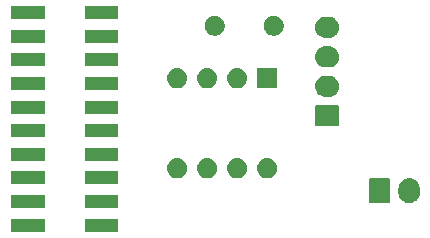
<source format=gbr>
G04 #@! TF.GenerationSoftware,KiCad,Pcbnew,5.0.2+dfsg1-1*
G04 #@! TF.CreationDate,2020-08-26T18:16:29+10:00*
G04 #@! TF.ProjectId,board_k,626f6172-645f-46b2-9e6b-696361645f70,rev?*
G04 #@! TF.SameCoordinates,Original*
G04 #@! TF.FileFunction,Soldermask,Bot*
G04 #@! TF.FilePolarity,Negative*
%FSLAX46Y46*%
G04 Gerber Fmt 4.6, Leading zero omitted, Abs format (unit mm)*
G04 Created by KiCad (PCBNEW 5.0.2+dfsg1-1) date Wed Aug 26 18:16:29 2020*
%MOMM*%
%LPD*%
G01*
G04 APERTURE LIST*
%ADD10C,0.100000*%
G04 APERTURE END LIST*
D10*
G36*
X127841000Y-103801000D02*
X124989000Y-103801000D01*
X124989000Y-102699000D01*
X127841000Y-102699000D01*
X127841000Y-103801000D01*
X127841000Y-103801000D01*
G37*
G36*
X134091000Y-103801000D02*
X131239000Y-103801000D01*
X131239000Y-102699000D01*
X134091000Y-102699000D01*
X134091000Y-103801000D01*
X134091000Y-103801000D01*
G37*
G36*
X134091000Y-101801000D02*
X131239000Y-101801000D01*
X131239000Y-100699000D01*
X134091000Y-100699000D01*
X134091000Y-101801000D01*
X134091000Y-101801000D01*
G37*
G36*
X127841000Y-101801000D02*
X124989000Y-101801000D01*
X124989000Y-100699000D01*
X127841000Y-100699000D01*
X127841000Y-101801000D01*
X127841000Y-101801000D01*
G37*
G36*
X158886626Y-99292037D02*
X158999852Y-99326384D01*
X159056466Y-99343557D01*
X159212989Y-99427221D01*
X159350186Y-99539814D01*
X159433448Y-99641271D01*
X159462778Y-99677009D01*
X159462779Y-99677011D01*
X159546443Y-99833533D01*
X159563616Y-99890147D01*
X159597963Y-100003373D01*
X159611000Y-100135742D01*
X159611000Y-100524257D01*
X159597963Y-100656626D01*
X159546443Y-100826466D01*
X159462778Y-100982991D01*
X159462777Y-100982992D01*
X159350186Y-101120186D01*
X159255251Y-101198096D01*
X159212991Y-101232778D01*
X159212989Y-101232779D01*
X159056467Y-101316443D01*
X159015734Y-101328799D01*
X158886627Y-101367963D01*
X158710000Y-101385359D01*
X158533374Y-101367963D01*
X158404267Y-101328799D01*
X158363534Y-101316443D01*
X158207012Y-101232779D01*
X158207010Y-101232778D01*
X158069816Y-101120186D01*
X158069812Y-101120183D01*
X157957222Y-100982992D01*
X157873557Y-100826467D01*
X157834891Y-100699000D01*
X157822037Y-100656627D01*
X157809000Y-100524258D01*
X157809000Y-100135743D01*
X157822037Y-100003374D01*
X157873557Y-99833535D01*
X157873557Y-99833534D01*
X157957221Y-99677011D01*
X158069814Y-99539814D01*
X158171271Y-99456552D01*
X158207009Y-99427222D01*
X158224913Y-99417652D01*
X158363533Y-99343557D01*
X158420147Y-99326384D01*
X158533373Y-99292037D01*
X158710000Y-99274641D01*
X158886626Y-99292037D01*
X158886626Y-99292037D01*
G37*
G36*
X156968600Y-99282989D02*
X157001649Y-99293014D01*
X157032106Y-99309294D01*
X157058799Y-99331201D01*
X157080706Y-99357894D01*
X157096986Y-99388351D01*
X157107011Y-99421400D01*
X157111000Y-99461904D01*
X157111000Y-101198096D01*
X157107011Y-101238600D01*
X157096986Y-101271649D01*
X157080706Y-101302106D01*
X157058799Y-101328799D01*
X157032106Y-101350706D01*
X157001649Y-101366986D01*
X156968600Y-101377011D01*
X156928096Y-101381000D01*
X155491904Y-101381000D01*
X155451400Y-101377011D01*
X155418351Y-101366986D01*
X155387894Y-101350706D01*
X155361201Y-101328799D01*
X155339294Y-101302106D01*
X155323014Y-101271649D01*
X155312989Y-101238600D01*
X155309000Y-101198096D01*
X155309000Y-99461904D01*
X155312989Y-99421400D01*
X155323014Y-99388351D01*
X155339294Y-99357894D01*
X155361201Y-99331201D01*
X155387894Y-99309294D01*
X155418351Y-99293014D01*
X155451400Y-99282989D01*
X155491904Y-99279000D01*
X156928096Y-99279000D01*
X156968600Y-99282989D01*
X156968600Y-99282989D01*
G37*
G36*
X134091000Y-99801000D02*
X131239000Y-99801000D01*
X131239000Y-98699000D01*
X134091000Y-98699000D01*
X134091000Y-99801000D01*
X134091000Y-99801000D01*
G37*
G36*
X127841000Y-99801000D02*
X124989000Y-99801000D01*
X124989000Y-98699000D01*
X127841000Y-98699000D01*
X127841000Y-99801000D01*
X127841000Y-99801000D01*
G37*
G36*
X144311821Y-97586313D02*
X144311824Y-97586314D01*
X144311825Y-97586314D01*
X144472239Y-97634975D01*
X144472241Y-97634976D01*
X144472244Y-97634977D01*
X144620078Y-97713995D01*
X144749659Y-97820341D01*
X144856005Y-97949922D01*
X144935023Y-98097756D01*
X144983687Y-98258179D01*
X145000117Y-98425000D01*
X144983687Y-98591821D01*
X144983686Y-98591824D01*
X144983686Y-98591825D01*
X144951175Y-98699000D01*
X144935023Y-98752244D01*
X144856005Y-98900078D01*
X144749659Y-99029659D01*
X144620078Y-99136005D01*
X144472244Y-99215023D01*
X144472241Y-99215024D01*
X144472239Y-99215025D01*
X144311825Y-99263686D01*
X144311824Y-99263686D01*
X144311821Y-99263687D01*
X144186804Y-99276000D01*
X144103196Y-99276000D01*
X143978179Y-99263687D01*
X143978176Y-99263686D01*
X143978175Y-99263686D01*
X143817761Y-99215025D01*
X143817759Y-99215024D01*
X143817756Y-99215023D01*
X143669922Y-99136005D01*
X143540341Y-99029659D01*
X143433995Y-98900078D01*
X143354977Y-98752244D01*
X143338826Y-98699000D01*
X143306314Y-98591825D01*
X143306314Y-98591824D01*
X143306313Y-98591821D01*
X143289883Y-98425000D01*
X143306313Y-98258179D01*
X143354977Y-98097756D01*
X143433995Y-97949922D01*
X143540341Y-97820341D01*
X143669922Y-97713995D01*
X143817756Y-97634977D01*
X143817759Y-97634976D01*
X143817761Y-97634975D01*
X143978175Y-97586314D01*
X143978176Y-97586314D01*
X143978179Y-97586313D01*
X144103196Y-97574000D01*
X144186804Y-97574000D01*
X144311821Y-97586313D01*
X144311821Y-97586313D01*
G37*
G36*
X141771821Y-97586313D02*
X141771824Y-97586314D01*
X141771825Y-97586314D01*
X141932239Y-97634975D01*
X141932241Y-97634976D01*
X141932244Y-97634977D01*
X142080078Y-97713995D01*
X142209659Y-97820341D01*
X142316005Y-97949922D01*
X142395023Y-98097756D01*
X142443687Y-98258179D01*
X142460117Y-98425000D01*
X142443687Y-98591821D01*
X142443686Y-98591824D01*
X142443686Y-98591825D01*
X142411175Y-98699000D01*
X142395023Y-98752244D01*
X142316005Y-98900078D01*
X142209659Y-99029659D01*
X142080078Y-99136005D01*
X141932244Y-99215023D01*
X141932241Y-99215024D01*
X141932239Y-99215025D01*
X141771825Y-99263686D01*
X141771824Y-99263686D01*
X141771821Y-99263687D01*
X141646804Y-99276000D01*
X141563196Y-99276000D01*
X141438179Y-99263687D01*
X141438176Y-99263686D01*
X141438175Y-99263686D01*
X141277761Y-99215025D01*
X141277759Y-99215024D01*
X141277756Y-99215023D01*
X141129922Y-99136005D01*
X141000341Y-99029659D01*
X140893995Y-98900078D01*
X140814977Y-98752244D01*
X140798826Y-98699000D01*
X140766314Y-98591825D01*
X140766314Y-98591824D01*
X140766313Y-98591821D01*
X140749883Y-98425000D01*
X140766313Y-98258179D01*
X140814977Y-98097756D01*
X140893995Y-97949922D01*
X141000341Y-97820341D01*
X141129922Y-97713995D01*
X141277756Y-97634977D01*
X141277759Y-97634976D01*
X141277761Y-97634975D01*
X141438175Y-97586314D01*
X141438176Y-97586314D01*
X141438179Y-97586313D01*
X141563196Y-97574000D01*
X141646804Y-97574000D01*
X141771821Y-97586313D01*
X141771821Y-97586313D01*
G37*
G36*
X146851821Y-97586313D02*
X146851824Y-97586314D01*
X146851825Y-97586314D01*
X147012239Y-97634975D01*
X147012241Y-97634976D01*
X147012244Y-97634977D01*
X147160078Y-97713995D01*
X147289659Y-97820341D01*
X147396005Y-97949922D01*
X147475023Y-98097756D01*
X147523687Y-98258179D01*
X147540117Y-98425000D01*
X147523687Y-98591821D01*
X147523686Y-98591824D01*
X147523686Y-98591825D01*
X147491175Y-98699000D01*
X147475023Y-98752244D01*
X147396005Y-98900078D01*
X147289659Y-99029659D01*
X147160078Y-99136005D01*
X147012244Y-99215023D01*
X147012241Y-99215024D01*
X147012239Y-99215025D01*
X146851825Y-99263686D01*
X146851824Y-99263686D01*
X146851821Y-99263687D01*
X146726804Y-99276000D01*
X146643196Y-99276000D01*
X146518179Y-99263687D01*
X146518176Y-99263686D01*
X146518175Y-99263686D01*
X146357761Y-99215025D01*
X146357759Y-99215024D01*
X146357756Y-99215023D01*
X146209922Y-99136005D01*
X146080341Y-99029659D01*
X145973995Y-98900078D01*
X145894977Y-98752244D01*
X145878826Y-98699000D01*
X145846314Y-98591825D01*
X145846314Y-98591824D01*
X145846313Y-98591821D01*
X145829883Y-98425000D01*
X145846313Y-98258179D01*
X145894977Y-98097756D01*
X145973995Y-97949922D01*
X146080341Y-97820341D01*
X146209922Y-97713995D01*
X146357756Y-97634977D01*
X146357759Y-97634976D01*
X146357761Y-97634975D01*
X146518175Y-97586314D01*
X146518176Y-97586314D01*
X146518179Y-97586313D01*
X146643196Y-97574000D01*
X146726804Y-97574000D01*
X146851821Y-97586313D01*
X146851821Y-97586313D01*
G37*
G36*
X139231821Y-97586313D02*
X139231824Y-97586314D01*
X139231825Y-97586314D01*
X139392239Y-97634975D01*
X139392241Y-97634976D01*
X139392244Y-97634977D01*
X139540078Y-97713995D01*
X139669659Y-97820341D01*
X139776005Y-97949922D01*
X139855023Y-98097756D01*
X139903687Y-98258179D01*
X139920117Y-98425000D01*
X139903687Y-98591821D01*
X139903686Y-98591824D01*
X139903686Y-98591825D01*
X139871175Y-98699000D01*
X139855023Y-98752244D01*
X139776005Y-98900078D01*
X139669659Y-99029659D01*
X139540078Y-99136005D01*
X139392244Y-99215023D01*
X139392241Y-99215024D01*
X139392239Y-99215025D01*
X139231825Y-99263686D01*
X139231824Y-99263686D01*
X139231821Y-99263687D01*
X139106804Y-99276000D01*
X139023196Y-99276000D01*
X138898179Y-99263687D01*
X138898176Y-99263686D01*
X138898175Y-99263686D01*
X138737761Y-99215025D01*
X138737759Y-99215024D01*
X138737756Y-99215023D01*
X138589922Y-99136005D01*
X138460341Y-99029659D01*
X138353995Y-98900078D01*
X138274977Y-98752244D01*
X138258826Y-98699000D01*
X138226314Y-98591825D01*
X138226314Y-98591824D01*
X138226313Y-98591821D01*
X138209883Y-98425000D01*
X138226313Y-98258179D01*
X138274977Y-98097756D01*
X138353995Y-97949922D01*
X138460341Y-97820341D01*
X138589922Y-97713995D01*
X138737756Y-97634977D01*
X138737759Y-97634976D01*
X138737761Y-97634975D01*
X138898175Y-97586314D01*
X138898176Y-97586314D01*
X138898179Y-97586313D01*
X139023196Y-97574000D01*
X139106804Y-97574000D01*
X139231821Y-97586313D01*
X139231821Y-97586313D01*
G37*
G36*
X127841000Y-97801000D02*
X124989000Y-97801000D01*
X124989000Y-96699000D01*
X127841000Y-96699000D01*
X127841000Y-97801000D01*
X127841000Y-97801000D01*
G37*
G36*
X134091000Y-97801000D02*
X131239000Y-97801000D01*
X131239000Y-96699000D01*
X134091000Y-96699000D01*
X134091000Y-97801000D01*
X134091000Y-97801000D01*
G37*
G36*
X134091000Y-95801000D02*
X131239000Y-95801000D01*
X131239000Y-94699000D01*
X134091000Y-94699000D01*
X134091000Y-95801000D01*
X134091000Y-95801000D01*
G37*
G36*
X127841000Y-95801000D02*
X124989000Y-95801000D01*
X124989000Y-94699000D01*
X127841000Y-94699000D01*
X127841000Y-95801000D01*
X127841000Y-95801000D01*
G37*
G36*
X152648600Y-93082989D02*
X152681649Y-93093014D01*
X152712106Y-93109294D01*
X152738799Y-93131201D01*
X152760706Y-93157894D01*
X152776986Y-93188351D01*
X152787011Y-93221400D01*
X152791000Y-93261904D01*
X152791000Y-94698096D01*
X152787011Y-94738600D01*
X152776986Y-94771649D01*
X152760706Y-94802106D01*
X152738799Y-94828799D01*
X152712106Y-94850706D01*
X152681649Y-94866986D01*
X152648600Y-94877011D01*
X152608096Y-94881000D01*
X150921904Y-94881000D01*
X150881400Y-94877011D01*
X150848351Y-94866986D01*
X150817894Y-94850706D01*
X150791201Y-94828799D01*
X150769294Y-94802106D01*
X150753014Y-94771649D01*
X150742989Y-94738600D01*
X150739000Y-94698096D01*
X150739000Y-93261904D01*
X150742989Y-93221400D01*
X150753014Y-93188351D01*
X150769294Y-93157894D01*
X150791201Y-93131201D01*
X150817894Y-93109294D01*
X150848351Y-93093014D01*
X150881400Y-93082989D01*
X150921904Y-93079000D01*
X152608096Y-93079000D01*
X152648600Y-93082989D01*
X152648600Y-93082989D01*
G37*
G36*
X127841000Y-93801000D02*
X124989000Y-93801000D01*
X124989000Y-92699000D01*
X127841000Y-92699000D01*
X127841000Y-93801000D01*
X127841000Y-93801000D01*
G37*
G36*
X134091000Y-93801000D02*
X131239000Y-93801000D01*
X131239000Y-92699000D01*
X134091000Y-92699000D01*
X134091000Y-93801000D01*
X134091000Y-93801000D01*
G37*
G36*
X152000442Y-90585518D02*
X152066627Y-90592037D01*
X152179853Y-90626384D01*
X152236467Y-90643557D01*
X152340192Y-90699000D01*
X152392991Y-90727222D01*
X152428729Y-90756552D01*
X152530186Y-90839814D01*
X152613448Y-90941271D01*
X152642778Y-90977009D01*
X152642779Y-90977011D01*
X152726443Y-91133533D01*
X152726443Y-91133534D01*
X152777963Y-91303373D01*
X152795359Y-91480000D01*
X152777963Y-91656627D01*
X152743616Y-91769853D01*
X152726443Y-91826467D01*
X152652348Y-91965087D01*
X152642778Y-91982991D01*
X152613448Y-92018729D01*
X152530186Y-92120186D01*
X152428729Y-92203448D01*
X152392991Y-92232778D01*
X152392989Y-92232779D01*
X152236467Y-92316443D01*
X152179853Y-92333616D01*
X152066627Y-92367963D01*
X152000443Y-92374481D01*
X151934260Y-92381000D01*
X151595740Y-92381000D01*
X151529558Y-92374482D01*
X151463373Y-92367963D01*
X151350147Y-92333616D01*
X151293533Y-92316443D01*
X151137011Y-92232779D01*
X151137009Y-92232778D01*
X151101271Y-92203448D01*
X150999814Y-92120186D01*
X150916552Y-92018729D01*
X150887222Y-91982991D01*
X150877652Y-91965087D01*
X150803557Y-91826467D01*
X150786384Y-91769853D01*
X150752037Y-91656627D01*
X150734641Y-91480000D01*
X150752037Y-91303373D01*
X150803557Y-91133534D01*
X150803557Y-91133533D01*
X150887221Y-90977011D01*
X150887222Y-90977009D01*
X150916552Y-90941271D01*
X150999814Y-90839814D01*
X151101271Y-90756552D01*
X151137009Y-90727222D01*
X151189808Y-90699000D01*
X151293533Y-90643557D01*
X151350147Y-90626384D01*
X151463373Y-90592037D01*
X151529558Y-90585518D01*
X151595740Y-90579000D01*
X151934260Y-90579000D01*
X152000442Y-90585518D01*
X152000442Y-90585518D01*
G37*
G36*
X134091000Y-91801000D02*
X131239000Y-91801000D01*
X131239000Y-90699000D01*
X134091000Y-90699000D01*
X134091000Y-91801000D01*
X134091000Y-91801000D01*
G37*
G36*
X127841000Y-91801000D02*
X124989000Y-91801000D01*
X124989000Y-90699000D01*
X127841000Y-90699000D01*
X127841000Y-91801000D01*
X127841000Y-91801000D01*
G37*
G36*
X144311821Y-89966313D02*
X144311824Y-89966314D01*
X144311825Y-89966314D01*
X144472239Y-90014975D01*
X144472241Y-90014976D01*
X144472244Y-90014977D01*
X144620078Y-90093995D01*
X144749659Y-90200341D01*
X144856005Y-90329922D01*
X144935023Y-90477756D01*
X144983687Y-90638179D01*
X145000117Y-90805000D01*
X144983687Y-90971821D01*
X144935023Y-91132244D01*
X144856005Y-91280078D01*
X144749659Y-91409659D01*
X144620078Y-91516005D01*
X144472244Y-91595023D01*
X144472241Y-91595024D01*
X144472239Y-91595025D01*
X144311825Y-91643686D01*
X144311824Y-91643686D01*
X144311821Y-91643687D01*
X144186804Y-91656000D01*
X144103196Y-91656000D01*
X143978179Y-91643687D01*
X143978176Y-91643686D01*
X143978175Y-91643686D01*
X143817761Y-91595025D01*
X143817759Y-91595024D01*
X143817756Y-91595023D01*
X143669922Y-91516005D01*
X143540341Y-91409659D01*
X143433995Y-91280078D01*
X143354977Y-91132244D01*
X143306313Y-90971821D01*
X143289883Y-90805000D01*
X143306313Y-90638179D01*
X143354977Y-90477756D01*
X143433995Y-90329922D01*
X143540341Y-90200341D01*
X143669922Y-90093995D01*
X143817756Y-90014977D01*
X143817759Y-90014976D01*
X143817761Y-90014975D01*
X143978175Y-89966314D01*
X143978176Y-89966314D01*
X143978179Y-89966313D01*
X144103196Y-89954000D01*
X144186804Y-89954000D01*
X144311821Y-89966313D01*
X144311821Y-89966313D01*
G37*
G36*
X141771821Y-89966313D02*
X141771824Y-89966314D01*
X141771825Y-89966314D01*
X141932239Y-90014975D01*
X141932241Y-90014976D01*
X141932244Y-90014977D01*
X142080078Y-90093995D01*
X142209659Y-90200341D01*
X142316005Y-90329922D01*
X142395023Y-90477756D01*
X142443687Y-90638179D01*
X142460117Y-90805000D01*
X142443687Y-90971821D01*
X142395023Y-91132244D01*
X142316005Y-91280078D01*
X142209659Y-91409659D01*
X142080078Y-91516005D01*
X141932244Y-91595023D01*
X141932241Y-91595024D01*
X141932239Y-91595025D01*
X141771825Y-91643686D01*
X141771824Y-91643686D01*
X141771821Y-91643687D01*
X141646804Y-91656000D01*
X141563196Y-91656000D01*
X141438179Y-91643687D01*
X141438176Y-91643686D01*
X141438175Y-91643686D01*
X141277761Y-91595025D01*
X141277759Y-91595024D01*
X141277756Y-91595023D01*
X141129922Y-91516005D01*
X141000341Y-91409659D01*
X140893995Y-91280078D01*
X140814977Y-91132244D01*
X140766313Y-90971821D01*
X140749883Y-90805000D01*
X140766313Y-90638179D01*
X140814977Y-90477756D01*
X140893995Y-90329922D01*
X141000341Y-90200341D01*
X141129922Y-90093995D01*
X141277756Y-90014977D01*
X141277759Y-90014976D01*
X141277761Y-90014975D01*
X141438175Y-89966314D01*
X141438176Y-89966314D01*
X141438179Y-89966313D01*
X141563196Y-89954000D01*
X141646804Y-89954000D01*
X141771821Y-89966313D01*
X141771821Y-89966313D01*
G37*
G36*
X139231821Y-89966313D02*
X139231824Y-89966314D01*
X139231825Y-89966314D01*
X139392239Y-90014975D01*
X139392241Y-90014976D01*
X139392244Y-90014977D01*
X139540078Y-90093995D01*
X139669659Y-90200341D01*
X139776005Y-90329922D01*
X139855023Y-90477756D01*
X139903687Y-90638179D01*
X139920117Y-90805000D01*
X139903687Y-90971821D01*
X139855023Y-91132244D01*
X139776005Y-91280078D01*
X139669659Y-91409659D01*
X139540078Y-91516005D01*
X139392244Y-91595023D01*
X139392241Y-91595024D01*
X139392239Y-91595025D01*
X139231825Y-91643686D01*
X139231824Y-91643686D01*
X139231821Y-91643687D01*
X139106804Y-91656000D01*
X139023196Y-91656000D01*
X138898179Y-91643687D01*
X138898176Y-91643686D01*
X138898175Y-91643686D01*
X138737761Y-91595025D01*
X138737759Y-91595024D01*
X138737756Y-91595023D01*
X138589922Y-91516005D01*
X138460341Y-91409659D01*
X138353995Y-91280078D01*
X138274977Y-91132244D01*
X138226313Y-90971821D01*
X138209883Y-90805000D01*
X138226313Y-90638179D01*
X138274977Y-90477756D01*
X138353995Y-90329922D01*
X138460341Y-90200341D01*
X138589922Y-90093995D01*
X138737756Y-90014977D01*
X138737759Y-90014976D01*
X138737761Y-90014975D01*
X138898175Y-89966314D01*
X138898176Y-89966314D01*
X138898179Y-89966313D01*
X139023196Y-89954000D01*
X139106804Y-89954000D01*
X139231821Y-89966313D01*
X139231821Y-89966313D01*
G37*
G36*
X147536000Y-91656000D02*
X145834000Y-91656000D01*
X145834000Y-89954000D01*
X147536000Y-89954000D01*
X147536000Y-91656000D01*
X147536000Y-91656000D01*
G37*
G36*
X152000443Y-88085519D02*
X152066627Y-88092037D01*
X152179853Y-88126384D01*
X152236467Y-88143557D01*
X152375087Y-88217652D01*
X152392991Y-88227222D01*
X152428729Y-88256552D01*
X152530186Y-88339814D01*
X152613448Y-88441271D01*
X152642778Y-88477009D01*
X152642779Y-88477011D01*
X152726443Y-88633533D01*
X152726443Y-88633534D01*
X152777963Y-88803373D01*
X152795359Y-88980000D01*
X152777963Y-89156627D01*
X152743616Y-89269853D01*
X152726443Y-89326467D01*
X152652348Y-89465087D01*
X152642778Y-89482991D01*
X152613448Y-89518729D01*
X152530186Y-89620186D01*
X152428729Y-89703448D01*
X152392991Y-89732778D01*
X152392989Y-89732779D01*
X152236467Y-89816443D01*
X152179853Y-89833616D01*
X152066627Y-89867963D01*
X152000443Y-89874481D01*
X151934260Y-89881000D01*
X151595740Y-89881000D01*
X151529557Y-89874481D01*
X151463373Y-89867963D01*
X151350147Y-89833616D01*
X151293533Y-89816443D01*
X151137011Y-89732779D01*
X151137009Y-89732778D01*
X151101271Y-89703448D01*
X150999814Y-89620186D01*
X150916552Y-89518729D01*
X150887222Y-89482991D01*
X150877652Y-89465087D01*
X150803557Y-89326467D01*
X150786384Y-89269853D01*
X150752037Y-89156627D01*
X150734641Y-88980000D01*
X150752037Y-88803373D01*
X150803557Y-88633534D01*
X150803557Y-88633533D01*
X150887221Y-88477011D01*
X150887222Y-88477009D01*
X150916552Y-88441271D01*
X150999814Y-88339814D01*
X151101271Y-88256552D01*
X151137009Y-88227222D01*
X151154913Y-88217652D01*
X151293533Y-88143557D01*
X151350147Y-88126384D01*
X151463373Y-88092037D01*
X151529557Y-88085519D01*
X151595740Y-88079000D01*
X151934260Y-88079000D01*
X152000443Y-88085519D01*
X152000443Y-88085519D01*
G37*
G36*
X127841000Y-89801000D02*
X124989000Y-89801000D01*
X124989000Y-88699000D01*
X127841000Y-88699000D01*
X127841000Y-89801000D01*
X127841000Y-89801000D01*
G37*
G36*
X134091000Y-89801000D02*
X131239000Y-89801000D01*
X131239000Y-88699000D01*
X134091000Y-88699000D01*
X134091000Y-89801000D01*
X134091000Y-89801000D01*
G37*
G36*
X127841000Y-87801000D02*
X124989000Y-87801000D01*
X124989000Y-86699000D01*
X127841000Y-86699000D01*
X127841000Y-87801000D01*
X127841000Y-87801000D01*
G37*
G36*
X134091000Y-87801000D02*
X131239000Y-87801000D01*
X131239000Y-86699000D01*
X134091000Y-86699000D01*
X134091000Y-87801000D01*
X134091000Y-87801000D01*
G37*
G36*
X152000442Y-85585518D02*
X152066627Y-85592037D01*
X152179853Y-85626384D01*
X152236467Y-85643557D01*
X152340164Y-85698985D01*
X152392991Y-85727222D01*
X152428729Y-85756552D01*
X152530186Y-85839814D01*
X152613448Y-85941271D01*
X152642778Y-85977009D01*
X152642779Y-85977011D01*
X152726443Y-86133533D01*
X152726443Y-86133534D01*
X152777963Y-86303373D01*
X152795359Y-86480000D01*
X152777963Y-86656627D01*
X152765109Y-86699000D01*
X152726443Y-86826467D01*
X152685812Y-86902481D01*
X152642778Y-86982991D01*
X152613448Y-87018729D01*
X152530186Y-87120186D01*
X152459376Y-87178297D01*
X152392991Y-87232778D01*
X152392989Y-87232779D01*
X152236467Y-87316443D01*
X152179853Y-87333616D01*
X152066627Y-87367963D01*
X152000442Y-87374482D01*
X151934260Y-87381000D01*
X151595740Y-87381000D01*
X151529558Y-87374482D01*
X151463373Y-87367963D01*
X151350147Y-87333616D01*
X151293533Y-87316443D01*
X151137011Y-87232779D01*
X151137009Y-87232778D01*
X151070624Y-87178297D01*
X150999814Y-87120186D01*
X150916552Y-87018729D01*
X150887222Y-86982991D01*
X150844188Y-86902481D01*
X150803557Y-86826467D01*
X150764891Y-86699000D01*
X150752037Y-86656627D01*
X150734641Y-86480000D01*
X150752037Y-86303373D01*
X150803557Y-86133534D01*
X150803557Y-86133533D01*
X150887221Y-85977011D01*
X150887222Y-85977009D01*
X150916552Y-85941271D01*
X150999814Y-85839814D01*
X151101271Y-85756552D01*
X151137009Y-85727222D01*
X151189836Y-85698985D01*
X151293533Y-85643557D01*
X151350147Y-85626384D01*
X151463373Y-85592037D01*
X151529558Y-85585518D01*
X151595740Y-85579000D01*
X151934260Y-85579000D01*
X152000442Y-85585518D01*
X152000442Y-85585518D01*
G37*
G36*
X142488228Y-85541703D02*
X142643100Y-85605853D01*
X142782481Y-85698985D01*
X142901015Y-85817519D01*
X142994147Y-85956900D01*
X143058297Y-86111772D01*
X143091000Y-86276184D01*
X143091000Y-86443816D01*
X143058297Y-86608228D01*
X142994147Y-86763100D01*
X142901015Y-86902481D01*
X142782481Y-87021015D01*
X142643100Y-87114147D01*
X142488228Y-87178297D01*
X142323816Y-87211000D01*
X142156184Y-87211000D01*
X141991772Y-87178297D01*
X141836900Y-87114147D01*
X141697519Y-87021015D01*
X141578985Y-86902481D01*
X141485853Y-86763100D01*
X141421703Y-86608228D01*
X141389000Y-86443816D01*
X141389000Y-86276184D01*
X141421703Y-86111772D01*
X141485853Y-85956900D01*
X141578985Y-85817519D01*
X141697519Y-85698985D01*
X141836900Y-85605853D01*
X141991772Y-85541703D01*
X142156184Y-85509000D01*
X142323816Y-85509000D01*
X142488228Y-85541703D01*
X142488228Y-85541703D01*
G37*
G36*
X147488228Y-85541703D02*
X147643100Y-85605853D01*
X147782481Y-85698985D01*
X147901015Y-85817519D01*
X147994147Y-85956900D01*
X148058297Y-86111772D01*
X148091000Y-86276184D01*
X148091000Y-86443816D01*
X148058297Y-86608228D01*
X147994147Y-86763100D01*
X147901015Y-86902481D01*
X147782481Y-87021015D01*
X147643100Y-87114147D01*
X147488228Y-87178297D01*
X147323816Y-87211000D01*
X147156184Y-87211000D01*
X146991772Y-87178297D01*
X146836900Y-87114147D01*
X146697519Y-87021015D01*
X146578985Y-86902481D01*
X146485853Y-86763100D01*
X146421703Y-86608228D01*
X146389000Y-86443816D01*
X146389000Y-86276184D01*
X146421703Y-86111772D01*
X146485853Y-85956900D01*
X146578985Y-85817519D01*
X146697519Y-85698985D01*
X146836900Y-85605853D01*
X146991772Y-85541703D01*
X147156184Y-85509000D01*
X147323816Y-85509000D01*
X147488228Y-85541703D01*
X147488228Y-85541703D01*
G37*
G36*
X134091000Y-85801000D02*
X131239000Y-85801000D01*
X131239000Y-84699000D01*
X134091000Y-84699000D01*
X134091000Y-85801000D01*
X134091000Y-85801000D01*
G37*
G36*
X127841000Y-85801000D02*
X124989000Y-85801000D01*
X124989000Y-84699000D01*
X127841000Y-84699000D01*
X127841000Y-85801000D01*
X127841000Y-85801000D01*
G37*
M02*

</source>
